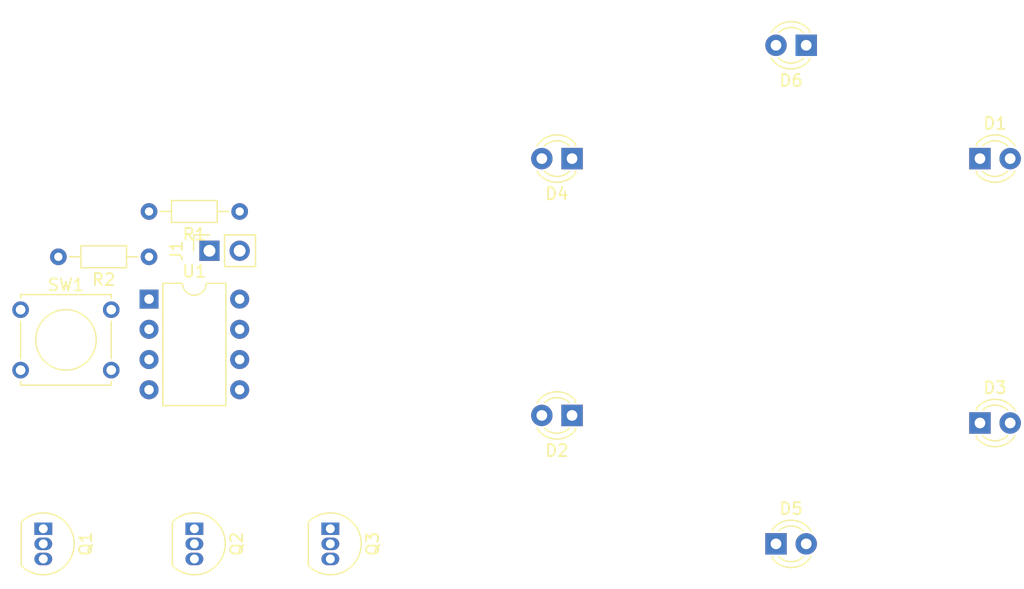
<source format=kicad_pcb>
(kicad_pcb (version 20171130) (host pcbnew "(5.1.6)-1")

  (general
    (thickness 1.6)
    (drawings 0)
    (tracks 0)
    (zones 0)
    (modules 14)
    (nets 13)
  )

  (page A4)
  (layers
    (0 F.Cu signal)
    (31 B.Cu signal)
    (32 B.Adhes user)
    (33 F.Adhes user)
    (34 B.Paste user)
    (35 F.Paste user)
    (36 B.SilkS user)
    (37 F.SilkS user)
    (38 B.Mask user)
    (39 F.Mask user)
    (40 Dwgs.User user)
    (41 Cmts.User user)
    (42 Eco1.User user)
    (43 Eco2.User user)
    (44 Edge.Cuts user)
    (45 Margin user)
    (46 B.CrtYd user)
    (47 F.CrtYd user)
    (48 B.Fab user)
    (49 F.Fab user)
  )

  (setup
    (last_trace_width 0.25)
    (trace_clearance 0.2)
    (zone_clearance 0.508)
    (zone_45_only no)
    (trace_min 0.2)
    (via_size 0.8)
    (via_drill 0.4)
    (via_min_size 0.4)
    (via_min_drill 0.3)
    (uvia_size 0.3)
    (uvia_drill 0.1)
    (uvias_allowed no)
    (uvia_min_size 0.2)
    (uvia_min_drill 0.1)
    (edge_width 0.05)
    (segment_width 0.2)
    (pcb_text_width 0.3)
    (pcb_text_size 1.5 1.5)
    (mod_edge_width 0.12)
    (mod_text_size 1 1)
    (mod_text_width 0.15)
    (pad_size 1.524 1.524)
    (pad_drill 0.762)
    (pad_to_mask_clearance 0.05)
    (aux_axis_origin 0 0)
    (visible_elements FFFFFF7F)
    (pcbplotparams
      (layerselection 0x010fc_ffffffff)
      (usegerberextensions false)
      (usegerberattributes true)
      (usegerberadvancedattributes true)
      (creategerberjobfile true)
      (excludeedgelayer true)
      (linewidth 0.100000)
      (plotframeref false)
      (viasonmask false)
      (mode 1)
      (useauxorigin false)
      (hpglpennumber 1)
      (hpglpenspeed 20)
      (hpglpendiameter 15.000000)
      (psnegative false)
      (psa4output false)
      (plotreference true)
      (plotvalue true)
      (plotinvisibletext false)
      (padsonsilk false)
      (subtractmaskfromsilk false)
      (outputformat 1)
      (mirror false)
      (drillshape 1)
      (scaleselection 1)
      (outputdirectory ""))
  )

  (net 0 "")
  (net 1 "Net-(D1-Pad2)")
  (net 2 "Net-(D1-Pad1)")
  (net 3 "Net-(D2-Pad2)")
  (net 4 "Net-(D3-Pad1)")
  (net 5 "Net-(D5-Pad1)")
  (net 6 "Net-(J1-Pad2)")
  (net 7 "Net-(J1-Pad1)")
  (net 8 "Net-(Q1-Pad2)")
  (net 9 "Net-(Q2-Pad2)")
  (net 10 "Net-(Q3-Pad2)")
  (net 11 "Net-(R1-Pad2)")
  (net 12 "Net-(R2-Pad2)")

  (net_class Default "This is the default net class."
    (clearance 0.2)
    (trace_width 0.25)
    (via_dia 0.8)
    (via_drill 0.4)
    (uvia_dia 0.3)
    (uvia_drill 0.1)
    (add_net "Net-(D1-Pad1)")
    (add_net "Net-(D1-Pad2)")
    (add_net "Net-(D2-Pad2)")
    (add_net "Net-(D3-Pad1)")
    (add_net "Net-(D5-Pad1)")
    (add_net "Net-(J1-Pad1)")
    (add_net "Net-(J1-Pad2)")
    (add_net "Net-(Q1-Pad2)")
    (add_net "Net-(Q2-Pad2)")
    (add_net "Net-(Q3-Pad2)")
    (add_net "Net-(R1-Pad2)")
    (add_net "Net-(R2-Pad2)")
  )

  (module Package_DIP:DIP-8_W7.62mm (layer F.Cu) (tedit 5A02E8C5) (tstamp 5FDA263E)
    (at 120.65 59.436)
    (descr "8-lead though-hole mounted DIP package, row spacing 7.62 mm (300 mils)")
    (tags "THT DIP DIL PDIP 2.54mm 7.62mm 300mil")
    (path /5FD9C121)
    (fp_text reference U1 (at 3.81 -2.33) (layer F.SilkS)
      (effects (font (size 1 1) (thickness 0.15)))
    )
    (fp_text value ATtiny85-20PU (at 3.81 9.95) (layer F.Fab)
      (effects (font (size 1 1) (thickness 0.15)))
    )
    (fp_text user %R (at 3.81 3.81) (layer F.Fab)
      (effects (font (size 1 1) (thickness 0.15)))
    )
    (fp_arc (start 3.81 -1.33) (end 2.81 -1.33) (angle -180) (layer F.SilkS) (width 0.12))
    (fp_line (start 1.635 -1.27) (end 6.985 -1.27) (layer F.Fab) (width 0.1))
    (fp_line (start 6.985 -1.27) (end 6.985 8.89) (layer F.Fab) (width 0.1))
    (fp_line (start 6.985 8.89) (end 0.635 8.89) (layer F.Fab) (width 0.1))
    (fp_line (start 0.635 8.89) (end 0.635 -0.27) (layer F.Fab) (width 0.1))
    (fp_line (start 0.635 -0.27) (end 1.635 -1.27) (layer F.Fab) (width 0.1))
    (fp_line (start 2.81 -1.33) (end 1.16 -1.33) (layer F.SilkS) (width 0.12))
    (fp_line (start 1.16 -1.33) (end 1.16 8.95) (layer F.SilkS) (width 0.12))
    (fp_line (start 1.16 8.95) (end 6.46 8.95) (layer F.SilkS) (width 0.12))
    (fp_line (start 6.46 8.95) (end 6.46 -1.33) (layer F.SilkS) (width 0.12))
    (fp_line (start 6.46 -1.33) (end 4.81 -1.33) (layer F.SilkS) (width 0.12))
    (fp_line (start -1.1 -1.55) (end -1.1 9.15) (layer F.CrtYd) (width 0.05))
    (fp_line (start -1.1 9.15) (end 8.7 9.15) (layer F.CrtYd) (width 0.05))
    (fp_line (start 8.7 9.15) (end 8.7 -1.55) (layer F.CrtYd) (width 0.05))
    (fp_line (start 8.7 -1.55) (end -1.1 -1.55) (layer F.CrtYd) (width 0.05))
    (pad 8 thru_hole oval (at 7.62 0) (size 1.6 1.6) (drill 0.8) (layers *.Cu *.Mask)
      (net 6 "Net-(J1-Pad2)"))
    (pad 4 thru_hole oval (at 0 7.62) (size 1.6 1.6) (drill 0.8) (layers *.Cu *.Mask)
      (net 7 "Net-(J1-Pad1)"))
    (pad 7 thru_hole oval (at 7.62 2.54) (size 1.6 1.6) (drill 0.8) (layers *.Cu *.Mask)
      (net 9 "Net-(Q2-Pad2)"))
    (pad 3 thru_hole oval (at 0 5.08) (size 1.6 1.6) (drill 0.8) (layers *.Cu *.Mask)
      (net 10 "Net-(Q3-Pad2)"))
    (pad 6 thru_hole oval (at 7.62 5.08) (size 1.6 1.6) (drill 0.8) (layers *.Cu *.Mask)
      (net 1 "Net-(D1-Pad2)"))
    (pad 2 thru_hole oval (at 0 2.54) (size 1.6 1.6) (drill 0.8) (layers *.Cu *.Mask)
      (net 3 "Net-(D2-Pad2)"))
    (pad 5 thru_hole oval (at 7.62 7.62) (size 1.6 1.6) (drill 0.8) (layers *.Cu *.Mask)
      (net 8 "Net-(Q1-Pad2)"))
    (pad 1 thru_hole rect (at 0 0) (size 1.6 1.6) (drill 0.8) (layers *.Cu *.Mask)
      (net 11 "Net-(R1-Pad2)"))
    (model ${KISYS3DMOD}/Package_DIP.3dshapes/DIP-8_W7.62mm.wrl
      (at (xyz 0 0 0))
      (scale (xyz 1 1 1))
      (rotate (xyz 0 0 0))
    )
  )

  (module Button_Switch_THT:SW_Tactile_Straight_KSA0Axx1LFTR (layer F.Cu) (tedit 5A02FE31) (tstamp 5FDA2622)
    (at 109.855 60.325)
    (descr "SW PUSH SMALL http://www.ckswitches.com/media/1457/ksa_ksl.pdf")
    (tags "SW PUSH SMALL Tactile C&K")
    (path /5FDBCD66)
    (fp_text reference SW1 (at 3.81 -2.08) (layer F.SilkS)
      (effects (font (size 1 1) (thickness 0.15)))
    )
    (fp_text value SW_Push (at 3.81 7.28) (layer F.Fab)
      (effects (font (size 1 1) (thickness 0.15)))
    )
    (fp_text user %R (at 3.81 2.54) (layer F.Fab)
      (effects (font (size 1 1) (thickness 0.15)))
    )
    (fp_line (start 7.51 6.24) (end 0.11 6.24) (layer F.Fab) (width 0.1))
    (fp_line (start 7.51 -1.16) (end 7.51 6.24) (layer F.Fab) (width 0.1))
    (fp_line (start 0.11 -1.16) (end 7.51 -1.16) (layer F.Fab) (width 0.1))
    (fp_line (start 0.11 6.24) (end 0.11 -1.16) (layer F.Fab) (width 0.1))
    (fp_line (start 0 -1.27) (end 7.62 -1.27) (layer F.SilkS) (width 0.12))
    (fp_line (start 7.62 -1.27) (end 7.62 -0.97) (layer F.SilkS) (width 0.12))
    (fp_line (start 7.62 6.35) (end 0 6.35) (layer F.SilkS) (width 0.12))
    (fp_line (start 0 -1.27) (end 0 -0.97) (layer F.SilkS) (width 0.12))
    (fp_line (start 7.62 0.97) (end 7.62 4.11) (layer F.SilkS) (width 0.12))
    (fp_line (start 0 0.97) (end 0 4.11) (layer F.SilkS) (width 0.12))
    (fp_line (start -0.95 -1.41) (end 8.57 -1.41) (layer F.CrtYd) (width 0.05))
    (fp_line (start -0.95 -1.41) (end -0.95 6.49) (layer F.CrtYd) (width 0.05))
    (fp_line (start 8.57 6.49) (end 8.57 -1.41) (layer F.CrtYd) (width 0.05))
    (fp_line (start 8.57 6.49) (end -0.95 6.49) (layer F.CrtYd) (width 0.05))
    (fp_line (start 7.62 6.05) (end 7.62 6.35) (layer F.SilkS) (width 0.12))
    (fp_line (start 0 6.05) (end 0 6.35) (layer F.SilkS) (width 0.12))
    (fp_circle (center 3.81 2.54) (end 3.81 0) (layer F.SilkS) (width 0.12))
    (pad 2 thru_hole circle (at 0 5.08) (size 1.397 1.397) (drill 0.8128) (layers *.Cu *.Mask)
      (net 7 "Net-(J1-Pad1)"))
    (pad 1 thru_hole circle (at 0 0) (size 1.397 1.397) (drill 0.8128) (layers *.Cu *.Mask)
      (net 12 "Net-(R2-Pad2)"))
    (pad 2 thru_hole circle (at 7.62 5.08) (size 1.397 1.397) (drill 0.8128) (layers *.Cu *.Mask)
      (net 7 "Net-(J1-Pad1)"))
    (pad 1 thru_hole circle (at 7.62 0) (size 1.397 1.397) (drill 0.8128) (layers *.Cu *.Mask)
      (net 12 "Net-(R2-Pad2)"))
    (model ${KISYS3DMOD}/Button_Switch_THT.3dshapes/SW_Tactile_Straight_KSA0Axx1LFTR.wrl
      (at (xyz 0 0 0))
      (scale (xyz 1 1 1))
      (rotate (xyz 0 0 0))
    )
  )

  (module Resistor_THT:R_Axial_DIN0204_L3.6mm_D1.6mm_P7.62mm_Horizontal (layer F.Cu) (tedit 5AE5139B) (tstamp 5FDA2608)
    (at 120.65 55.88 180)
    (descr "Resistor, Axial_DIN0204 series, Axial, Horizontal, pin pitch=7.62mm, 0.167W, length*diameter=3.6*1.6mm^2, http://cdn-reichelt.de/documents/datenblatt/B400/1_4W%23YAG.pdf")
    (tags "Resistor Axial_DIN0204 series Axial Horizontal pin pitch 7.62mm 0.167W length 3.6mm diameter 1.6mm")
    (path /5FDB4864)
    (fp_text reference R2 (at 3.81 -1.92) (layer F.SilkS)
      (effects (font (size 1 1) (thickness 0.15)))
    )
    (fp_text value R_Small_US (at 3.81 1.92) (layer F.Fab)
      (effects (font (size 1 1) (thickness 0.15)))
    )
    (fp_text user %R (at 3.81 0) (layer F.Fab)
      (effects (font (size 0.72 0.72) (thickness 0.108)))
    )
    (fp_line (start 2.01 -0.8) (end 2.01 0.8) (layer F.Fab) (width 0.1))
    (fp_line (start 2.01 0.8) (end 5.61 0.8) (layer F.Fab) (width 0.1))
    (fp_line (start 5.61 0.8) (end 5.61 -0.8) (layer F.Fab) (width 0.1))
    (fp_line (start 5.61 -0.8) (end 2.01 -0.8) (layer F.Fab) (width 0.1))
    (fp_line (start 0 0) (end 2.01 0) (layer F.Fab) (width 0.1))
    (fp_line (start 7.62 0) (end 5.61 0) (layer F.Fab) (width 0.1))
    (fp_line (start 1.89 -0.92) (end 1.89 0.92) (layer F.SilkS) (width 0.12))
    (fp_line (start 1.89 0.92) (end 5.73 0.92) (layer F.SilkS) (width 0.12))
    (fp_line (start 5.73 0.92) (end 5.73 -0.92) (layer F.SilkS) (width 0.12))
    (fp_line (start 5.73 -0.92) (end 1.89 -0.92) (layer F.SilkS) (width 0.12))
    (fp_line (start 0.94 0) (end 1.89 0) (layer F.SilkS) (width 0.12))
    (fp_line (start 6.68 0) (end 5.73 0) (layer F.SilkS) (width 0.12))
    (fp_line (start -0.95 -1.05) (end -0.95 1.05) (layer F.CrtYd) (width 0.05))
    (fp_line (start -0.95 1.05) (end 8.57 1.05) (layer F.CrtYd) (width 0.05))
    (fp_line (start 8.57 1.05) (end 8.57 -1.05) (layer F.CrtYd) (width 0.05))
    (fp_line (start 8.57 -1.05) (end -0.95 -1.05) (layer F.CrtYd) (width 0.05))
    (pad 2 thru_hole oval (at 7.62 0 180) (size 1.4 1.4) (drill 0.7) (layers *.Cu *.Mask)
      (net 12 "Net-(R2-Pad2)"))
    (pad 1 thru_hole circle (at 0 0 180) (size 1.4 1.4) (drill 0.7) (layers *.Cu *.Mask)
      (net 11 "Net-(R1-Pad2)"))
    (model ${KISYS3DMOD}/Resistor_THT.3dshapes/R_Axial_DIN0204_L3.6mm_D1.6mm_P7.62mm_Horizontal.wrl
      (at (xyz 0 0 0))
      (scale (xyz 1 1 1))
      (rotate (xyz 0 0 0))
    )
  )

  (module Resistor_THT:R_Axial_DIN0204_L3.6mm_D1.6mm_P7.62mm_Horizontal (layer F.Cu) (tedit 5AE5139B) (tstamp 5FDA25F1)
    (at 128.27 52.07 180)
    (descr "Resistor, Axial_DIN0204 series, Axial, Horizontal, pin pitch=7.62mm, 0.167W, length*diameter=3.6*1.6mm^2, http://cdn-reichelt.de/documents/datenblatt/B400/1_4W%23YAG.pdf")
    (tags "Resistor Axial_DIN0204 series Axial Horizontal pin pitch 7.62mm 0.167W length 3.6mm diameter 1.6mm")
    (path /5FDB6D35)
    (fp_text reference R1 (at 3.81 -1.92) (layer F.SilkS)
      (effects (font (size 1 1) (thickness 0.15)))
    )
    (fp_text value R_Small_US (at 3.81 1.92) (layer F.Fab)
      (effects (font (size 1 1) (thickness 0.15)))
    )
    (fp_text user %R (at 3.81 0) (layer F.Fab)
      (effects (font (size 0.72 0.72) (thickness 0.108)))
    )
    (fp_line (start 2.01 -0.8) (end 2.01 0.8) (layer F.Fab) (width 0.1))
    (fp_line (start 2.01 0.8) (end 5.61 0.8) (layer F.Fab) (width 0.1))
    (fp_line (start 5.61 0.8) (end 5.61 -0.8) (layer F.Fab) (width 0.1))
    (fp_line (start 5.61 -0.8) (end 2.01 -0.8) (layer F.Fab) (width 0.1))
    (fp_line (start 0 0) (end 2.01 0) (layer F.Fab) (width 0.1))
    (fp_line (start 7.62 0) (end 5.61 0) (layer F.Fab) (width 0.1))
    (fp_line (start 1.89 -0.92) (end 1.89 0.92) (layer F.SilkS) (width 0.12))
    (fp_line (start 1.89 0.92) (end 5.73 0.92) (layer F.SilkS) (width 0.12))
    (fp_line (start 5.73 0.92) (end 5.73 -0.92) (layer F.SilkS) (width 0.12))
    (fp_line (start 5.73 -0.92) (end 1.89 -0.92) (layer F.SilkS) (width 0.12))
    (fp_line (start 0.94 0) (end 1.89 0) (layer F.SilkS) (width 0.12))
    (fp_line (start 6.68 0) (end 5.73 0) (layer F.SilkS) (width 0.12))
    (fp_line (start -0.95 -1.05) (end -0.95 1.05) (layer F.CrtYd) (width 0.05))
    (fp_line (start -0.95 1.05) (end 8.57 1.05) (layer F.CrtYd) (width 0.05))
    (fp_line (start 8.57 1.05) (end 8.57 -1.05) (layer F.CrtYd) (width 0.05))
    (fp_line (start 8.57 -1.05) (end -0.95 -1.05) (layer F.CrtYd) (width 0.05))
    (pad 2 thru_hole oval (at 7.62 0 180) (size 1.4 1.4) (drill 0.7) (layers *.Cu *.Mask)
      (net 11 "Net-(R1-Pad2)"))
    (pad 1 thru_hole circle (at 0 0 180) (size 1.4 1.4) (drill 0.7) (layers *.Cu *.Mask)
      (net 6 "Net-(J1-Pad2)"))
    (model ${KISYS3DMOD}/Resistor_THT.3dshapes/R_Axial_DIN0204_L3.6mm_D1.6mm_P7.62mm_Horizontal.wrl
      (at (xyz 0 0 0))
      (scale (xyz 1 1 1))
      (rotate (xyz 0 0 0))
    )
  )

  (module Package_TO_SOT_THT:TO-92_Inline (layer F.Cu) (tedit 5A1DD157) (tstamp 5FDA25DA)
    (at 135.89 78.74 270)
    (descr "TO-92 leads in-line, narrow, oval pads, drill 0.75mm (see NXP sot054_po.pdf)")
    (tags "to-92 sc-43 sc-43a sot54 PA33 transistor")
    (path /5FDA1963)
    (fp_text reference Q3 (at 1.27 -3.56 90) (layer F.SilkS)
      (effects (font (size 1 1) (thickness 0.15)))
    )
    (fp_text value BC546 (at 1.27 2.79 90) (layer F.Fab)
      (effects (font (size 1 1) (thickness 0.15)))
    )
    (fp_arc (start 1.27 0) (end 1.27 -2.6) (angle 135) (layer F.SilkS) (width 0.12))
    (fp_arc (start 1.27 0) (end 1.27 -2.48) (angle -135) (layer F.Fab) (width 0.1))
    (fp_arc (start 1.27 0) (end 1.27 -2.6) (angle -135) (layer F.SilkS) (width 0.12))
    (fp_arc (start 1.27 0) (end 1.27 -2.48) (angle 135) (layer F.Fab) (width 0.1))
    (fp_text user %R (at 1.27 -3.56 90) (layer F.Fab)
      (effects (font (size 1 1) (thickness 0.15)))
    )
    (fp_line (start -0.53 1.85) (end 3.07 1.85) (layer F.SilkS) (width 0.12))
    (fp_line (start -0.5 1.75) (end 3 1.75) (layer F.Fab) (width 0.1))
    (fp_line (start -1.46 -2.73) (end 4 -2.73) (layer F.CrtYd) (width 0.05))
    (fp_line (start -1.46 -2.73) (end -1.46 2.01) (layer F.CrtYd) (width 0.05))
    (fp_line (start 4 2.01) (end 4 -2.73) (layer F.CrtYd) (width 0.05))
    (fp_line (start 4 2.01) (end -1.46 2.01) (layer F.CrtYd) (width 0.05))
    (pad 1 thru_hole rect (at 0 0 270) (size 1.05 1.5) (drill 0.75) (layers *.Cu *.Mask)
      (net 5 "Net-(D5-Pad1)"))
    (pad 3 thru_hole oval (at 2.54 0 270) (size 1.05 1.5) (drill 0.75) (layers *.Cu *.Mask)
      (net 7 "Net-(J1-Pad1)"))
    (pad 2 thru_hole oval (at 1.27 0 270) (size 1.05 1.5) (drill 0.75) (layers *.Cu *.Mask)
      (net 10 "Net-(Q3-Pad2)"))
    (model ${KISYS3DMOD}/Package_TO_SOT_THT.3dshapes/TO-92_Inline.wrl
      (at (xyz 0 0 0))
      (scale (xyz 1 1 1))
      (rotate (xyz 0 0 0))
    )
  )

  (module Package_TO_SOT_THT:TO-92_Inline (layer F.Cu) (tedit 5A1DD157) (tstamp 5FDA25C8)
    (at 124.46 78.74 270)
    (descr "TO-92 leads in-line, narrow, oval pads, drill 0.75mm (see NXP sot054_po.pdf)")
    (tags "to-92 sc-43 sc-43a sot54 PA33 transistor")
    (path /5FDA0F25)
    (fp_text reference Q2 (at 1.27 -3.56 90) (layer F.SilkS)
      (effects (font (size 1 1) (thickness 0.15)))
    )
    (fp_text value BC546 (at 1.27 2.79 90) (layer F.Fab)
      (effects (font (size 1 1) (thickness 0.15)))
    )
    (fp_arc (start 1.27 0) (end 1.27 -2.6) (angle 135) (layer F.SilkS) (width 0.12))
    (fp_arc (start 1.27 0) (end 1.27 -2.48) (angle -135) (layer F.Fab) (width 0.1))
    (fp_arc (start 1.27 0) (end 1.27 -2.6) (angle -135) (layer F.SilkS) (width 0.12))
    (fp_arc (start 1.27 0) (end 1.27 -2.48) (angle 135) (layer F.Fab) (width 0.1))
    (fp_text user %R (at 1.27 -3.56 90) (layer F.Fab)
      (effects (font (size 1 1) (thickness 0.15)))
    )
    (fp_line (start -0.53 1.85) (end 3.07 1.85) (layer F.SilkS) (width 0.12))
    (fp_line (start -0.5 1.75) (end 3 1.75) (layer F.Fab) (width 0.1))
    (fp_line (start -1.46 -2.73) (end 4 -2.73) (layer F.CrtYd) (width 0.05))
    (fp_line (start -1.46 -2.73) (end -1.46 2.01) (layer F.CrtYd) (width 0.05))
    (fp_line (start 4 2.01) (end 4 -2.73) (layer F.CrtYd) (width 0.05))
    (fp_line (start 4 2.01) (end -1.46 2.01) (layer F.CrtYd) (width 0.05))
    (pad 1 thru_hole rect (at 0 0 270) (size 1.05 1.5) (drill 0.75) (layers *.Cu *.Mask)
      (net 4 "Net-(D3-Pad1)"))
    (pad 3 thru_hole oval (at 2.54 0 270) (size 1.05 1.5) (drill 0.75) (layers *.Cu *.Mask)
      (net 7 "Net-(J1-Pad1)"))
    (pad 2 thru_hole oval (at 1.27 0 270) (size 1.05 1.5) (drill 0.75) (layers *.Cu *.Mask)
      (net 9 "Net-(Q2-Pad2)"))
    (model ${KISYS3DMOD}/Package_TO_SOT_THT.3dshapes/TO-92_Inline.wrl
      (at (xyz 0 0 0))
      (scale (xyz 1 1 1))
      (rotate (xyz 0 0 0))
    )
  )

  (module Package_TO_SOT_THT:TO-92_Inline (layer F.Cu) (tedit 5A1DD157) (tstamp 5FDA25B6)
    (at 111.76 78.74 270)
    (descr "TO-92 leads in-line, narrow, oval pads, drill 0.75mm (see NXP sot054_po.pdf)")
    (tags "to-92 sc-43 sc-43a sot54 PA33 transistor")
    (path /5FD9D451)
    (fp_text reference Q1 (at 1.27 -3.56 90) (layer F.SilkS)
      (effects (font (size 1 1) (thickness 0.15)))
    )
    (fp_text value BC546 (at 1.27 2.79 90) (layer F.Fab)
      (effects (font (size 1 1) (thickness 0.15)))
    )
    (fp_arc (start 1.27 0) (end 1.27 -2.6) (angle 135) (layer F.SilkS) (width 0.12))
    (fp_arc (start 1.27 0) (end 1.27 -2.48) (angle -135) (layer F.Fab) (width 0.1))
    (fp_arc (start 1.27 0) (end 1.27 -2.6) (angle -135) (layer F.SilkS) (width 0.12))
    (fp_arc (start 1.27 0) (end 1.27 -2.48) (angle 135) (layer F.Fab) (width 0.1))
    (fp_text user %R (at 1.27 -3.56 90) (layer F.Fab)
      (effects (font (size 1 1) (thickness 0.15)))
    )
    (fp_line (start -0.53 1.85) (end 3.07 1.85) (layer F.SilkS) (width 0.12))
    (fp_line (start -0.5 1.75) (end 3 1.75) (layer F.Fab) (width 0.1))
    (fp_line (start -1.46 -2.73) (end 4 -2.73) (layer F.CrtYd) (width 0.05))
    (fp_line (start -1.46 -2.73) (end -1.46 2.01) (layer F.CrtYd) (width 0.05))
    (fp_line (start 4 2.01) (end 4 -2.73) (layer F.CrtYd) (width 0.05))
    (fp_line (start 4 2.01) (end -1.46 2.01) (layer F.CrtYd) (width 0.05))
    (pad 1 thru_hole rect (at 0 0 270) (size 1.05 1.5) (drill 0.75) (layers *.Cu *.Mask)
      (net 2 "Net-(D1-Pad1)"))
    (pad 3 thru_hole oval (at 2.54 0 270) (size 1.05 1.5) (drill 0.75) (layers *.Cu *.Mask)
      (net 7 "Net-(J1-Pad1)"))
    (pad 2 thru_hole oval (at 1.27 0 270) (size 1.05 1.5) (drill 0.75) (layers *.Cu *.Mask)
      (net 8 "Net-(Q1-Pad2)"))
    (model ${KISYS3DMOD}/Package_TO_SOT_THT.3dshapes/TO-92_Inline.wrl
      (at (xyz 0 0 0))
      (scale (xyz 1 1 1))
      (rotate (xyz 0 0 0))
    )
  )

  (module Connector_PinSocket_2.54mm:PinSocket_1x02_P2.54mm_Vertical (layer F.Cu) (tedit 5A19A420) (tstamp 5FDA25A4)
    (at 125.73 55.372 90)
    (descr "Through hole straight socket strip, 1x02, 2.54mm pitch, single row (from Kicad 4.0.7), script generated")
    (tags "Through hole socket strip THT 1x02 2.54mm single row")
    (path /5FDAF990)
    (fp_text reference J1 (at 0 -2.77 90) (layer F.SilkS)
      (effects (font (size 1 1) (thickness 0.15)))
    )
    (fp_text value Conn_01x02_Female (at 0 5.31 90) (layer F.Fab)
      (effects (font (size 1 1) (thickness 0.15)))
    )
    (fp_text user %R (at 0 1.27) (layer F.Fab)
      (effects (font (size 1 1) (thickness 0.15)))
    )
    (fp_line (start -1.27 -1.27) (end 0.635 -1.27) (layer F.Fab) (width 0.1))
    (fp_line (start 0.635 -1.27) (end 1.27 -0.635) (layer F.Fab) (width 0.1))
    (fp_line (start 1.27 -0.635) (end 1.27 3.81) (layer F.Fab) (width 0.1))
    (fp_line (start 1.27 3.81) (end -1.27 3.81) (layer F.Fab) (width 0.1))
    (fp_line (start -1.27 3.81) (end -1.27 -1.27) (layer F.Fab) (width 0.1))
    (fp_line (start -1.33 1.27) (end 1.33 1.27) (layer F.SilkS) (width 0.12))
    (fp_line (start -1.33 1.27) (end -1.33 3.87) (layer F.SilkS) (width 0.12))
    (fp_line (start -1.33 3.87) (end 1.33 3.87) (layer F.SilkS) (width 0.12))
    (fp_line (start 1.33 1.27) (end 1.33 3.87) (layer F.SilkS) (width 0.12))
    (fp_line (start 1.33 -1.33) (end 1.33 0) (layer F.SilkS) (width 0.12))
    (fp_line (start 0 -1.33) (end 1.33 -1.33) (layer F.SilkS) (width 0.12))
    (fp_line (start -1.8 -1.8) (end 1.75 -1.8) (layer F.CrtYd) (width 0.05))
    (fp_line (start 1.75 -1.8) (end 1.75 4.3) (layer F.CrtYd) (width 0.05))
    (fp_line (start 1.75 4.3) (end -1.8 4.3) (layer F.CrtYd) (width 0.05))
    (fp_line (start -1.8 4.3) (end -1.8 -1.8) (layer F.CrtYd) (width 0.05))
    (pad 2 thru_hole oval (at 0 2.54 90) (size 1.7 1.7) (drill 1) (layers *.Cu *.Mask)
      (net 6 "Net-(J1-Pad2)"))
    (pad 1 thru_hole rect (at 0 0 90) (size 1.7 1.7) (drill 1) (layers *.Cu *.Mask)
      (net 7 "Net-(J1-Pad1)"))
    (model ${KISYS3DMOD}/Connector_PinSocket_2.54mm.3dshapes/PinSocket_1x02_P2.54mm_Vertical.wrl
      (at (xyz 0 0 0))
      (scale (xyz 1 1 1))
      (rotate (xyz 0 0 0))
    )
  )

  (module LED_THT:LED_D3.0mm (layer F.Cu) (tedit 587A3A7B) (tstamp 5FDA258E)
    (at 175.895 38.1 180)
    (descr "LED, diameter 3.0mm, 2 pins")
    (tags "LED diameter 3.0mm 2 pins")
    (path /5FDAB026)
    (fp_text reference D6 (at 1.27 -2.96) (layer F.SilkS)
      (effects (font (size 1 1) (thickness 0.15)))
    )
    (fp_text value LED (at 1.27 2.96) (layer F.Fab)
      (effects (font (size 1 1) (thickness 0.15)))
    )
    (fp_arc (start 1.27 0) (end 0.229039 1.08) (angle -87.9) (layer F.SilkS) (width 0.12))
    (fp_arc (start 1.27 0) (end 0.229039 -1.08) (angle 87.9) (layer F.SilkS) (width 0.12))
    (fp_arc (start 1.27 0) (end -0.29 1.235516) (angle -108.8) (layer F.SilkS) (width 0.12))
    (fp_arc (start 1.27 0) (end -0.29 -1.235516) (angle 108.8) (layer F.SilkS) (width 0.12))
    (fp_arc (start 1.27 0) (end -0.23 -1.16619) (angle 284.3) (layer F.Fab) (width 0.1))
    (fp_circle (center 1.27 0) (end 2.77 0) (layer F.Fab) (width 0.1))
    (fp_line (start -0.23 -1.16619) (end -0.23 1.16619) (layer F.Fab) (width 0.1))
    (fp_line (start -0.29 -1.236) (end -0.29 -1.08) (layer F.SilkS) (width 0.12))
    (fp_line (start -0.29 1.08) (end -0.29 1.236) (layer F.SilkS) (width 0.12))
    (fp_line (start -1.15 -2.25) (end -1.15 2.25) (layer F.CrtYd) (width 0.05))
    (fp_line (start -1.15 2.25) (end 3.7 2.25) (layer F.CrtYd) (width 0.05))
    (fp_line (start 3.7 2.25) (end 3.7 -2.25) (layer F.CrtYd) (width 0.05))
    (fp_line (start 3.7 -2.25) (end -1.15 -2.25) (layer F.CrtYd) (width 0.05))
    (pad 2 thru_hole circle (at 2.54 0 180) (size 1.8 1.8) (drill 0.9) (layers *.Cu *.Mask)
      (net 3 "Net-(D2-Pad2)"))
    (pad 1 thru_hole rect (at 0 0 180) (size 1.8 1.8) (drill 0.9) (layers *.Cu *.Mask)
      (net 5 "Net-(D5-Pad1)"))
    (model ${KISYS3DMOD}/LED_THT.3dshapes/LED_D3.0mm.wrl
      (at (xyz 0 0 0))
      (scale (xyz 1 1 1))
      (rotate (xyz 0 0 0))
    )
  )

  (module LED_THT:LED_D3.0mm (layer F.Cu) (tedit 587A3A7B) (tstamp 5FDA257B)
    (at 173.355 80.01)
    (descr "LED, diameter 3.0mm, 2 pins")
    (tags "LED diameter 3.0mm 2 pins")
    (path /5FDAB020)
    (fp_text reference D5 (at 1.27 -2.96) (layer F.SilkS)
      (effects (font (size 1 1) (thickness 0.15)))
    )
    (fp_text value LED (at 1.27 2.96) (layer F.Fab)
      (effects (font (size 1 1) (thickness 0.15)))
    )
    (fp_arc (start 1.27 0) (end 0.229039 1.08) (angle -87.9) (layer F.SilkS) (width 0.12))
    (fp_arc (start 1.27 0) (end 0.229039 -1.08) (angle 87.9) (layer F.SilkS) (width 0.12))
    (fp_arc (start 1.27 0) (end -0.29 1.235516) (angle -108.8) (layer F.SilkS) (width 0.12))
    (fp_arc (start 1.27 0) (end -0.29 -1.235516) (angle 108.8) (layer F.SilkS) (width 0.12))
    (fp_arc (start 1.27 0) (end -0.23 -1.16619) (angle 284.3) (layer F.Fab) (width 0.1))
    (fp_circle (center 1.27 0) (end 2.77 0) (layer F.Fab) (width 0.1))
    (fp_line (start -0.23 -1.16619) (end -0.23 1.16619) (layer F.Fab) (width 0.1))
    (fp_line (start -0.29 -1.236) (end -0.29 -1.08) (layer F.SilkS) (width 0.12))
    (fp_line (start -0.29 1.08) (end -0.29 1.236) (layer F.SilkS) (width 0.12))
    (fp_line (start -1.15 -2.25) (end -1.15 2.25) (layer F.CrtYd) (width 0.05))
    (fp_line (start -1.15 2.25) (end 3.7 2.25) (layer F.CrtYd) (width 0.05))
    (fp_line (start 3.7 2.25) (end 3.7 -2.25) (layer F.CrtYd) (width 0.05))
    (fp_line (start 3.7 -2.25) (end -1.15 -2.25) (layer F.CrtYd) (width 0.05))
    (pad 2 thru_hole circle (at 2.54 0) (size 1.8 1.8) (drill 0.9) (layers *.Cu *.Mask)
      (net 1 "Net-(D1-Pad2)"))
    (pad 1 thru_hole rect (at 0 0) (size 1.8 1.8) (drill 0.9) (layers *.Cu *.Mask)
      (net 5 "Net-(D5-Pad1)"))
    (model ${KISYS3DMOD}/LED_THT.3dshapes/LED_D3.0mm.wrl
      (at (xyz 0 0 0))
      (scale (xyz 1 1 1))
      (rotate (xyz 0 0 0))
    )
  )

  (module LED_THT:LED_D3.0mm (layer F.Cu) (tedit 587A3A7B) (tstamp 5FDA2568)
    (at 156.21 47.625 180)
    (descr "LED, diameter 3.0mm, 2 pins")
    (tags "LED diameter 3.0mm 2 pins")
    (path /5FDAA559)
    (fp_text reference D4 (at 1.27 -2.96) (layer F.SilkS)
      (effects (font (size 1 1) (thickness 0.15)))
    )
    (fp_text value LED (at 1.27 2.96) (layer F.Fab)
      (effects (font (size 1 1) (thickness 0.15)))
    )
    (fp_arc (start 1.27 0) (end 0.229039 1.08) (angle -87.9) (layer F.SilkS) (width 0.12))
    (fp_arc (start 1.27 0) (end 0.229039 -1.08) (angle 87.9) (layer F.SilkS) (width 0.12))
    (fp_arc (start 1.27 0) (end -0.29 1.235516) (angle -108.8) (layer F.SilkS) (width 0.12))
    (fp_arc (start 1.27 0) (end -0.29 -1.235516) (angle 108.8) (layer F.SilkS) (width 0.12))
    (fp_arc (start 1.27 0) (end -0.23 -1.16619) (angle 284.3) (layer F.Fab) (width 0.1))
    (fp_circle (center 1.27 0) (end 2.77 0) (layer F.Fab) (width 0.1))
    (fp_line (start -0.23 -1.16619) (end -0.23 1.16619) (layer F.Fab) (width 0.1))
    (fp_line (start -0.29 -1.236) (end -0.29 -1.08) (layer F.SilkS) (width 0.12))
    (fp_line (start -0.29 1.08) (end -0.29 1.236) (layer F.SilkS) (width 0.12))
    (fp_line (start -1.15 -2.25) (end -1.15 2.25) (layer F.CrtYd) (width 0.05))
    (fp_line (start -1.15 2.25) (end 3.7 2.25) (layer F.CrtYd) (width 0.05))
    (fp_line (start 3.7 2.25) (end 3.7 -2.25) (layer F.CrtYd) (width 0.05))
    (fp_line (start 3.7 -2.25) (end -1.15 -2.25) (layer F.CrtYd) (width 0.05))
    (pad 2 thru_hole circle (at 2.54 0 180) (size 1.8 1.8) (drill 0.9) (layers *.Cu *.Mask)
      (net 3 "Net-(D2-Pad2)"))
    (pad 1 thru_hole rect (at 0 0 180) (size 1.8 1.8) (drill 0.9) (layers *.Cu *.Mask)
      (net 4 "Net-(D3-Pad1)"))
    (model ${KISYS3DMOD}/LED_THT.3dshapes/LED_D3.0mm.wrl
      (at (xyz 0 0 0))
      (scale (xyz 1 1 1))
      (rotate (xyz 0 0 0))
    )
  )

  (module LED_THT:LED_D3.0mm (layer F.Cu) (tedit 587A3A7B) (tstamp 5FDA2555)
    (at 190.5 69.85)
    (descr "LED, diameter 3.0mm, 2 pins")
    (tags "LED diameter 3.0mm 2 pins")
    (path /5FDAA553)
    (fp_text reference D3 (at 1.27 -2.96) (layer F.SilkS)
      (effects (font (size 1 1) (thickness 0.15)))
    )
    (fp_text value LED (at 1.27 2.96) (layer F.Fab)
      (effects (font (size 1 1) (thickness 0.15)))
    )
    (fp_arc (start 1.27 0) (end 0.229039 1.08) (angle -87.9) (layer F.SilkS) (width 0.12))
    (fp_arc (start 1.27 0) (end 0.229039 -1.08) (angle 87.9) (layer F.SilkS) (width 0.12))
    (fp_arc (start 1.27 0) (end -0.29 1.235516) (angle -108.8) (layer F.SilkS) (width 0.12))
    (fp_arc (start 1.27 0) (end -0.29 -1.235516) (angle 108.8) (layer F.SilkS) (width 0.12))
    (fp_arc (start 1.27 0) (end -0.23 -1.16619) (angle 284.3) (layer F.Fab) (width 0.1))
    (fp_circle (center 1.27 0) (end 2.77 0) (layer F.Fab) (width 0.1))
    (fp_line (start -0.23 -1.16619) (end -0.23 1.16619) (layer F.Fab) (width 0.1))
    (fp_line (start -0.29 -1.236) (end -0.29 -1.08) (layer F.SilkS) (width 0.12))
    (fp_line (start -0.29 1.08) (end -0.29 1.236) (layer F.SilkS) (width 0.12))
    (fp_line (start -1.15 -2.25) (end -1.15 2.25) (layer F.CrtYd) (width 0.05))
    (fp_line (start -1.15 2.25) (end 3.7 2.25) (layer F.CrtYd) (width 0.05))
    (fp_line (start 3.7 2.25) (end 3.7 -2.25) (layer F.CrtYd) (width 0.05))
    (fp_line (start 3.7 -2.25) (end -1.15 -2.25) (layer F.CrtYd) (width 0.05))
    (pad 2 thru_hole circle (at 2.54 0) (size 1.8 1.8) (drill 0.9) (layers *.Cu *.Mask)
      (net 1 "Net-(D1-Pad2)"))
    (pad 1 thru_hole rect (at 0 0) (size 1.8 1.8) (drill 0.9) (layers *.Cu *.Mask)
      (net 4 "Net-(D3-Pad1)"))
    (model ${KISYS3DMOD}/LED_THT.3dshapes/LED_D3.0mm.wrl
      (at (xyz 0 0 0))
      (scale (xyz 1 1 1))
      (rotate (xyz 0 0 0))
    )
  )

  (module LED_THT:LED_D3.0mm (layer F.Cu) (tedit 587A3A7B) (tstamp 5FDA2542)
    (at 156.21 69.215 180)
    (descr "LED, diameter 3.0mm, 2 pins")
    (tags "LED diameter 3.0mm 2 pins")
    (path /5FDA9B14)
    (fp_text reference D2 (at 1.27 -2.96) (layer F.SilkS)
      (effects (font (size 1 1) (thickness 0.15)))
    )
    (fp_text value LED (at 1.27 2.96) (layer F.Fab)
      (effects (font (size 1 1) (thickness 0.15)))
    )
    (fp_arc (start 1.27 0) (end 0.229039 1.08) (angle -87.9) (layer F.SilkS) (width 0.12))
    (fp_arc (start 1.27 0) (end 0.229039 -1.08) (angle 87.9) (layer F.SilkS) (width 0.12))
    (fp_arc (start 1.27 0) (end -0.29 1.235516) (angle -108.8) (layer F.SilkS) (width 0.12))
    (fp_arc (start 1.27 0) (end -0.29 -1.235516) (angle 108.8) (layer F.SilkS) (width 0.12))
    (fp_arc (start 1.27 0) (end -0.23 -1.16619) (angle 284.3) (layer F.Fab) (width 0.1))
    (fp_circle (center 1.27 0) (end 2.77 0) (layer F.Fab) (width 0.1))
    (fp_line (start -0.23 -1.16619) (end -0.23 1.16619) (layer F.Fab) (width 0.1))
    (fp_line (start -0.29 -1.236) (end -0.29 -1.08) (layer F.SilkS) (width 0.12))
    (fp_line (start -0.29 1.08) (end -0.29 1.236) (layer F.SilkS) (width 0.12))
    (fp_line (start -1.15 -2.25) (end -1.15 2.25) (layer F.CrtYd) (width 0.05))
    (fp_line (start -1.15 2.25) (end 3.7 2.25) (layer F.CrtYd) (width 0.05))
    (fp_line (start 3.7 2.25) (end 3.7 -2.25) (layer F.CrtYd) (width 0.05))
    (fp_line (start 3.7 -2.25) (end -1.15 -2.25) (layer F.CrtYd) (width 0.05))
    (pad 2 thru_hole circle (at 2.54 0 180) (size 1.8 1.8) (drill 0.9) (layers *.Cu *.Mask)
      (net 3 "Net-(D2-Pad2)"))
    (pad 1 thru_hole rect (at 0 0 180) (size 1.8 1.8) (drill 0.9) (layers *.Cu *.Mask)
      (net 2 "Net-(D1-Pad1)"))
    (model ${KISYS3DMOD}/LED_THT.3dshapes/LED_D3.0mm.wrl
      (at (xyz 0 0 0))
      (scale (xyz 1 1 1))
      (rotate (xyz 0 0 0))
    )
  )

  (module LED_THT:LED_D3.0mm (layer F.Cu) (tedit 587A3A7B) (tstamp 5FDA252F)
    (at 190.5 47.625)
    (descr "LED, diameter 3.0mm, 2 pins")
    (tags "LED diameter 3.0mm 2 pins")
    (path /5FD9DE10)
    (fp_text reference D1 (at 1.27 -2.96) (layer F.SilkS)
      (effects (font (size 1 1) (thickness 0.15)))
    )
    (fp_text value LED (at 1.27 2.96) (layer F.Fab)
      (effects (font (size 1 1) (thickness 0.15)))
    )
    (fp_arc (start 1.27 0) (end 0.229039 1.08) (angle -87.9) (layer F.SilkS) (width 0.12))
    (fp_arc (start 1.27 0) (end 0.229039 -1.08) (angle 87.9) (layer F.SilkS) (width 0.12))
    (fp_arc (start 1.27 0) (end -0.29 1.235516) (angle -108.8) (layer F.SilkS) (width 0.12))
    (fp_arc (start 1.27 0) (end -0.29 -1.235516) (angle 108.8) (layer F.SilkS) (width 0.12))
    (fp_arc (start 1.27 0) (end -0.23 -1.16619) (angle 284.3) (layer F.Fab) (width 0.1))
    (fp_circle (center 1.27 0) (end 2.77 0) (layer F.Fab) (width 0.1))
    (fp_line (start -0.23 -1.16619) (end -0.23 1.16619) (layer F.Fab) (width 0.1))
    (fp_line (start -0.29 -1.236) (end -0.29 -1.08) (layer F.SilkS) (width 0.12))
    (fp_line (start -0.29 1.08) (end -0.29 1.236) (layer F.SilkS) (width 0.12))
    (fp_line (start -1.15 -2.25) (end -1.15 2.25) (layer F.CrtYd) (width 0.05))
    (fp_line (start -1.15 2.25) (end 3.7 2.25) (layer F.CrtYd) (width 0.05))
    (fp_line (start 3.7 2.25) (end 3.7 -2.25) (layer F.CrtYd) (width 0.05))
    (fp_line (start 3.7 -2.25) (end -1.15 -2.25) (layer F.CrtYd) (width 0.05))
    (pad 2 thru_hole circle (at 2.54 0) (size 1.8 1.8) (drill 0.9) (layers *.Cu *.Mask)
      (net 1 "Net-(D1-Pad2)"))
    (pad 1 thru_hole rect (at 0 0) (size 1.8 1.8) (drill 0.9) (layers *.Cu *.Mask)
      (net 2 "Net-(D1-Pad1)"))
    (model ${KISYS3DMOD}/LED_THT.3dshapes/LED_D3.0mm.wrl
      (at (xyz 0 0 0))
      (scale (xyz 1 1 1))
      (rotate (xyz 0 0 0))
    )
  )

)

</source>
